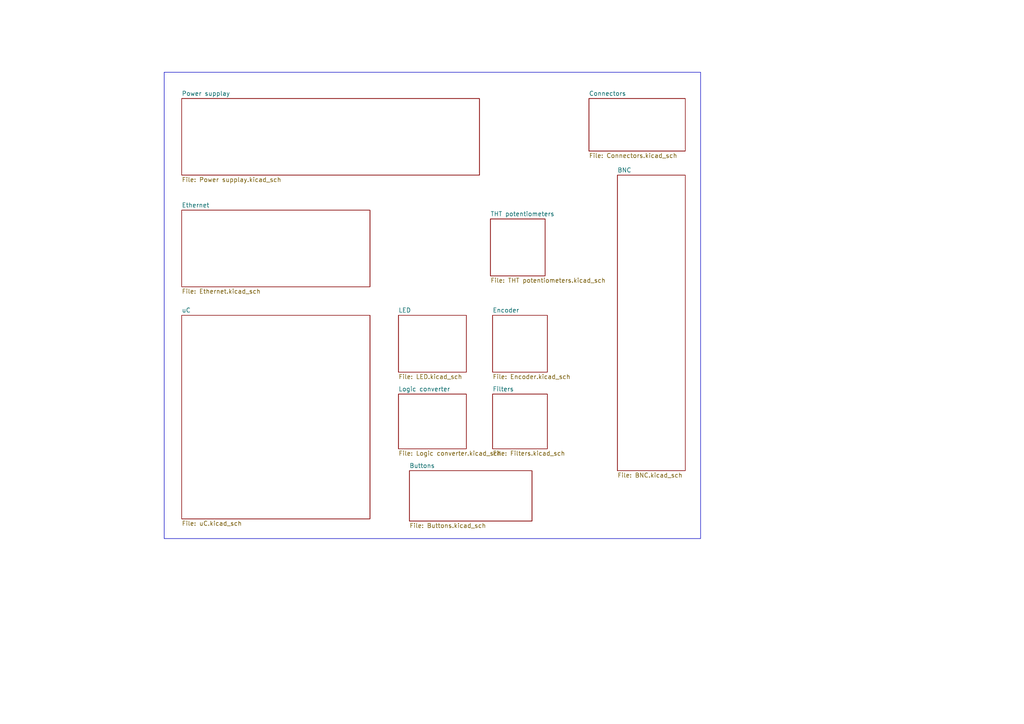
<source format=kicad_sch>
(kicad_sch
	(version 20250114)
	(generator "eeschema")
	(generator_version "9.0")
	(uuid "62bd2484-1963-4ffc-9701-8d7a398967a6")
	(paper "A4")
	(title_block
		(title "main schematic")
		(date "2026-01-13")
		(rev "0.0.2")
		(company "KN NaMi")
	)
	(lib_symbols)
	(text_box ""
		(exclude_from_sim no)
		(at 47.625 20.955 0)
		(size 155.575 135.255)
		(margins 0.9525 0.9525 0.9525 0.9525)
		(stroke
			(width 0)
			(type solid)
		)
		(fill
			(type none)
		)
		(effects
			(font
				(size 1.27 1.27)
			)
			(justify left top)
		)
		(uuid "fdb8afd2-35cc-4564-8cf9-ca27295e2724")
	)
	(sheet
		(at 142.875 91.44)
		(size 15.875 16.51)
		(exclude_from_sim no)
		(in_bom yes)
		(on_board yes)
		(dnp no)
		(fields_autoplaced yes)
		(stroke
			(width 0.1524)
			(type solid)
		)
		(fill
			(color 0 0 0 0.0000)
		)
		(uuid "1113a9d9-ab3a-420d-9682-f92223865b3c")
		(property "Sheetname" "Encoder"
			(at 142.875 90.7284 0)
			(effects
				(font
					(size 1.27 1.27)
				)
				(justify left bottom)
			)
		)
		(property "Sheetfile" "Encoder.kicad_sch"
			(at 142.875 108.5346 0)
			(effects
				(font
					(size 1.27 1.27)
				)
				(justify left top)
			)
		)
		(instances
			(project "NaMi_DevBoard"
				(path "/62bd2484-1963-4ffc-9701-8d7a398967a6"
					(page "9")
				)
			)
		)
	)
	(sheet
		(at 115.57 114.3)
		(size 19.685 15.875)
		(exclude_from_sim no)
		(in_bom yes)
		(on_board yes)
		(dnp no)
		(fields_autoplaced yes)
		(stroke
			(width 0.1524)
			(type solid)
		)
		(fill
			(color 0 0 0 0.0000)
		)
		(uuid "17df3c86-b13a-4549-b390-88f5f5b1b216")
		(property "Sheetname" "Logic converter"
			(at 115.57 113.5884 0)
			(effects
				(font
					(size 1.27 1.27)
				)
				(justify left bottom)
			)
		)
		(property "Sheetfile" "Logic converter.kicad_sch"
			(at 115.57 130.7596 0)
			(effects
				(font
					(size 1.27 1.27)
				)
				(justify left top)
			)
		)
		(instances
			(project "NaMi_DevBoard"
				(path "/62bd2484-1963-4ffc-9701-8d7a398967a6"
					(page "10")
				)
			)
		)
	)
	(sheet
		(at 170.815 28.575)
		(size 27.94 15.24)
		(exclude_from_sim no)
		(in_bom yes)
		(on_board yes)
		(dnp no)
		(fields_autoplaced yes)
		(stroke
			(width 0.1524)
			(type solid)
		)
		(fill
			(color 0 0 0 0.0000)
		)
		(uuid "386e1fbc-1b3c-418f-86e1-c29f595f86a3")
		(property "Sheetname" "Connectors"
			(at 170.815 27.8634 0)
			(effects
				(font
					(size 1.27 1.27)
				)
				(justify left bottom)
			)
		)
		(property "Sheetfile" "Connectors.kicad_sch"
			(at 170.815 44.3996 0)
			(effects
				(font
					(size 1.27 1.27)
				)
				(justify left top)
			)
		)
		(instances
			(project "NaMi_DevBoard"
				(path "/62bd2484-1963-4ffc-9701-8d7a398967a6"
					(page "13")
				)
			)
		)
	)
	(sheet
		(at 52.705 60.96)
		(size 54.61 22.225)
		(exclude_from_sim no)
		(in_bom yes)
		(on_board yes)
		(dnp no)
		(fields_autoplaced yes)
		(stroke
			(width 0.1524)
			(type solid)
		)
		(fill
			(color 0 0 0 0.0000)
		)
		(uuid "4e8eca17-1e9c-4aea-a0d3-080214f76c45")
		(property "Sheetname" "Ethernet"
			(at 52.705 60.2484 0)
			(effects
				(font
					(size 1.27 1.27)
				)
				(justify left bottom)
			)
		)
		(property "Sheetfile" "Ethernet.kicad_sch"
			(at 52.705 83.7696 0)
			(effects
				(font
					(size 1.27 1.27)
				)
				(justify left top)
			)
		)
		(instances
			(project "NaMi_DevBoard"
				(path "/62bd2484-1963-4ffc-9701-8d7a398967a6"
					(page "4")
				)
			)
		)
	)
	(sheet
		(at 118.745 136.525)
		(size 35.56 14.605)
		(exclude_from_sim no)
		(in_bom yes)
		(on_board yes)
		(dnp no)
		(fields_autoplaced yes)
		(stroke
			(width 0.1524)
			(type solid)
		)
		(fill
			(color 0 0 0 0.0000)
		)
		(uuid "72faac06-b1ee-43a5-8e9e-dd8a20f40591")
		(property "Sheetname" "Buttons"
			(at 118.745 135.8134 0)
			(effects
				(font
					(size 1.27 1.27)
				)
				(justify left bottom)
			)
		)
		(property "Sheetfile" "Buttons.kicad_sch"
			(at 118.745 151.7146 0)
			(effects
				(font
					(size 1.27 1.27)
				)
				(justify left top)
			)
		)
		(instances
			(project "NaMi_DevBoard"
				(path "/62bd2484-1963-4ffc-9701-8d7a398967a6"
					(page "6")
				)
			)
		)
	)
	(sheet
		(at 52.705 28.575)
		(size 86.36 22.225)
		(exclude_from_sim no)
		(in_bom yes)
		(on_board yes)
		(dnp no)
		(fields_autoplaced yes)
		(stroke
			(width 0.1524)
			(type solid)
		)
		(fill
			(color 0 0 0 0.0000)
		)
		(uuid "761fb369-d645-4a01-9946-156896f44b8e")
		(property "Sheetname" "Power supplay"
			(at 52.705 27.8634 0)
			(effects
				(font
					(size 1.27 1.27)
				)
				(justify left bottom)
			)
		)
		(property "Sheetfile" "Power supplay.kicad_sch"
			(at 52.705 51.3846 0)
			(effects
				(font
					(size 1.27 1.27)
				)
				(justify left top)
			)
		)
		(instances
			(project "NaMi_DevBoard"
				(path "/62bd2484-1963-4ffc-9701-8d7a398967a6"
					(page "2")
				)
			)
		)
	)
	(sheet
		(at 52.705 91.44)
		(size 54.61 59.055)
		(exclude_from_sim no)
		(in_bom yes)
		(on_board yes)
		(dnp no)
		(fields_autoplaced yes)
		(stroke
			(width 0.1524)
			(type solid)
		)
		(fill
			(color 0 0 0 0.0000)
		)
		(uuid "8a05abd4-96ba-4133-bf72-ed07b49324a7")
		(property "Sheetname" "uC"
			(at 52.705 90.7284 0)
			(effects
				(font
					(size 1.27 1.27)
				)
				(justify left bottom)
			)
		)
		(property "Sheetfile" "uC.kicad_sch"
			(at 52.705 151.0796 0)
			(effects
				(font
					(size 1.27 1.27)
				)
				(justify left top)
			)
		)
		(instances
			(project "NaMi_DevBoard"
				(path "/62bd2484-1963-4ffc-9701-8d7a398967a6"
					(page "3")
				)
			)
		)
	)
	(sheet
		(at 142.24 63.5)
		(size 15.875 16.51)
		(exclude_from_sim no)
		(in_bom yes)
		(on_board yes)
		(dnp no)
		(fields_autoplaced yes)
		(stroke
			(width 0.1524)
			(type solid)
		)
		(fill
			(color 0 0 0 0.0000)
		)
		(uuid "cec72346-5d98-4748-a417-e06b4de8bc6b")
		(property "Sheetname" "THT potentiometers"
			(at 142.24 62.7884 0)
			(effects
				(font
					(size 1.27 1.27)
				)
				(justify left bottom)
			)
		)
		(property "Sheetfile" "THT potentiometers.kicad_sch"
			(at 142.24 80.5946 0)
			(effects
				(font
					(size 1.27 1.27)
				)
				(justify left top)
			)
		)
		(instances
			(project "NaMi_DevBoard"
				(path "/62bd2484-1963-4ffc-9701-8d7a398967a6"
					(page "5")
				)
			)
		)
	)
	(sheet
		(at 115.57 91.44)
		(size 19.685 16.51)
		(exclude_from_sim no)
		(in_bom yes)
		(on_board yes)
		(dnp no)
		(fields_autoplaced yes)
		(stroke
			(width 0.1524)
			(type solid)
		)
		(fill
			(color 0 0 0 0.0000)
		)
		(uuid "e0aa109d-3bf7-4363-862a-efba1cdf129f")
		(property "Sheetname" "LED"
			(at 115.57 90.7284 0)
			(effects
				(font
					(size 1.27 1.27)
				)
				(justify left bottom)
			)
		)
		(property "Sheetfile" "LED.kicad_sch"
			(at 115.57 108.5346 0)
			(effects
				(font
					(size 1.27 1.27)
				)
				(justify left top)
			)
		)
		(instances
			(project "NaMi_DevBoard"
				(path "/62bd2484-1963-4ffc-9701-8d7a398967a6"
					(page "7")
				)
			)
		)
	)
	(sheet
		(at 179.07 50.8)
		(size 19.685 85.725)
		(exclude_from_sim no)
		(in_bom yes)
		(on_board yes)
		(dnp no)
		(fields_autoplaced yes)
		(stroke
			(width 0.1524)
			(type solid)
		)
		(fill
			(color 0 0 0 0.0000)
		)
		(uuid "e1979aee-d658-4931-9ff3-d640faf569c8")
		(property "Sheetname" "BNC"
			(at 179.07 50.0884 0)
			(effects
				(font
					(size 1.27 1.27)
				)
				(justify left bottom)
			)
		)
		(property "Sheetfile" "BNC.kicad_sch"
			(at 179.07 137.1096 0)
			(effects
				(font
					(size 1.27 1.27)
				)
				(justify left top)
			)
		)
		(instances
			(project "NaMi_DevBoard"
				(path "/62bd2484-1963-4ffc-9701-8d7a398967a6"
					(page "8")
				)
			)
		)
	)
	(sheet
		(at 142.875 114.3)
		(size 15.875 15.875)
		(exclude_from_sim no)
		(in_bom yes)
		(on_board yes)
		(dnp no)
		(fields_autoplaced yes)
		(stroke
			(width 0.1524)
			(type solid)
		)
		(fill
			(color 0 0 0 0.0000)
		)
		(uuid "e5c502c5-cf7d-4e64-a42b-0cc3ca3af031")
		(property "Sheetname" "Filters"
			(at 142.875 113.5884 0)
			(effects
				(font
					(size 1.27 1.27)
				)
				(justify left bottom)
			)
		)
		(property "Sheetfile" "Filters.kicad_sch"
			(at 142.875 130.7596 0)
			(effects
				(font
					(size 1.27 1.27)
				)
				(justify left top)
			)
		)
		(instances
			(project "NaMi_DevBoard"
				(path "/62bd2484-1963-4ffc-9701-8d7a398967a6"
					(page "12")
				)
			)
		)
	)
	(sheet_instances
		(path "/"
			(page "1")
		)
	)
	(embedded_fonts no)
)

</source>
